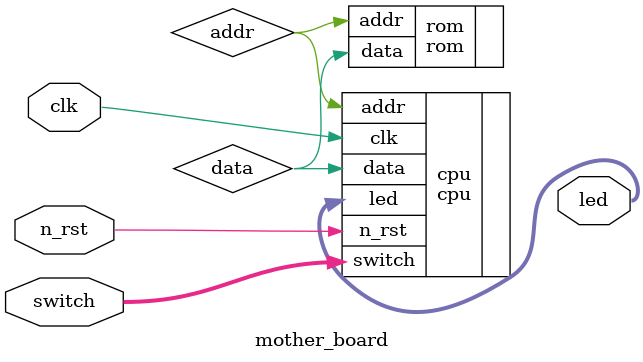
<source format=sv>
module mother_board(
    input  logic       clk,
    input  logic       n_rst,
    input  logic [3:0] switch,
    output logic [3:0] led
);

logic addr, data;
rom rom(.addr, .data);
cpu cpu(.clk, .n_rst, .data, .switch, .addr, .led);

endmodule

</source>
